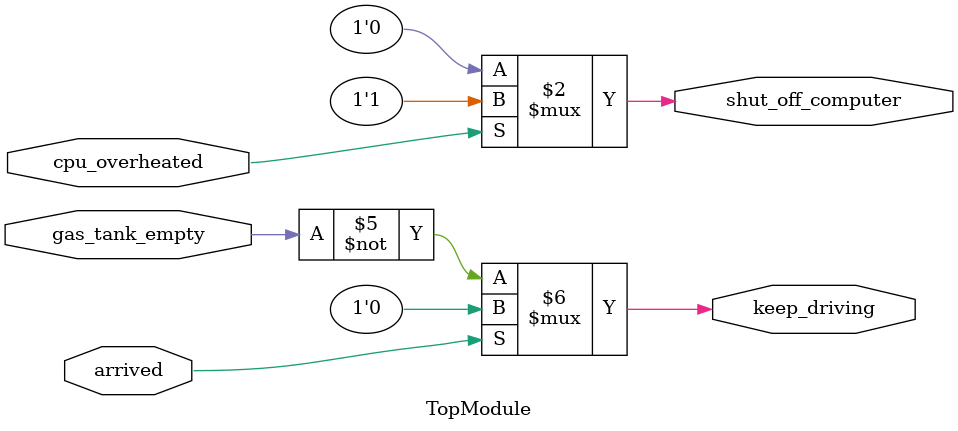
<source format=sv>
module TopModule (
    input      cpu_overheated,
    output logic shut_off_computer,
    input      arrived,
    input      gas_tank_empty,
    output logic keep_driving
);

    always @(*) begin
        shut_off_computer = cpu_overheated ? 1'b1 : 1'b0;
    end

    always @(*) begin
        keep_driving = (~arrived) ? ~gas_tank_empty : 1'b0;
    end

endmodule
</source>
